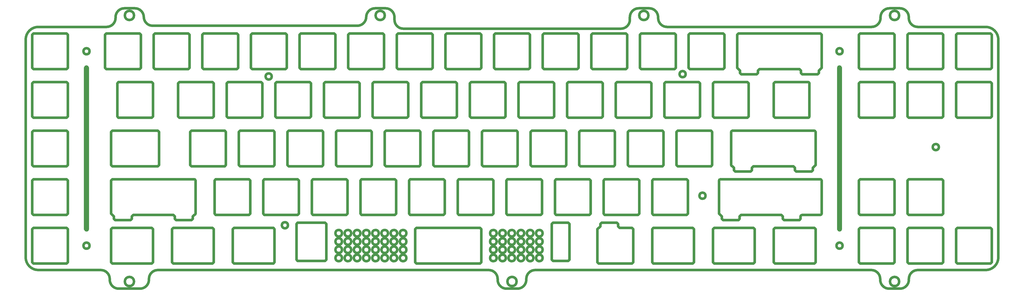
<source format=gbr>
%TF.GenerationSoftware,KiCad,Pcbnew,7.0.5*%
%TF.CreationDate,2023-07-12T22:11:33+02:00*%
%TF.ProjectId,Foundation_ANSI,466f756e-6461-4746-996f-6e5f414e5349,rev?*%
%TF.SameCoordinates,Original*%
%TF.FileFunction,Soldermask,Top*%
%TF.FilePolarity,Negative*%
%FSLAX46Y46*%
G04 Gerber Fmt 4.6, Leading zero omitted, Abs format (unit mm)*
G04 Created by KiCad (PCBNEW 7.0.5) date 2023-07-12 22:11:33*
%MOMM*%
%LPD*%
G01*
G04 APERTURE LIST*
%ADD10C,1.000000*%
G04 APERTURE END LIST*
D10*
X107612945Y126340000D02*
G75*
G03*
X107612945Y126340000I-1800000J0D01*
G01*
X9381385Y22040000D02*
G75*
G03*
X9381385Y22040000I-1800000J0D01*
G01*
X159255000Y22040000D02*
G75*
G03*
X159255000Y22040000I-1800000J0D01*
G01*
X9381385Y126340000D02*
G75*
G03*
X9381385Y126340000I-1800000J0D01*
G01*
X-8032500Y36090001D02*
G75*
G03*
X-8032500Y36090001I-1200000J0D01*
G01*
X-8032500Y112290000D02*
G75*
G03*
X-8032500Y112290000I-1200000J0D01*
G01*
X286967500Y36090001D02*
G75*
G03*
X286967500Y36090001I-1200000J0D01*
G01*
X286967500Y112290000D02*
G75*
G03*
X286967500Y112290000I-1200000J0D01*
G01*
X324678930Y74733390D02*
G75*
G03*
X324678930Y74733390I-1200000J0D01*
G01*
X151442804Y31277357D02*
G75*
G03*
X151442804Y31277357I-1287763J0D01*
G01*
X165847778Y31277357D02*
G75*
G03*
X165847778Y31277357I-1287762J0D01*
G01*
X162244039Y34501755D02*
G75*
G03*
X162244039Y34501755I-1287763J0D01*
G01*
X151442804Y37726153D02*
G75*
G03*
X151442804Y37726153I-1287763J0D01*
G01*
X165847778Y37726153D02*
G75*
G03*
X165847778Y37726153I-1287762J0D01*
G01*
X162244039Y40960534D02*
G75*
G03*
X162244039Y40960534I-1287763J0D01*
G01*
X90858056Y31277357D02*
G75*
G03*
X90858056Y31277357I-1287763J0D01*
G01*
X105273013Y31277357D02*
G75*
G03*
X105273013Y31277357I-1287763J0D01*
G01*
X116084231Y34501755D02*
G75*
G03*
X116084231Y34501755I-1287763J0D01*
G01*
X101669274Y34501755D02*
G75*
G03*
X101669274Y34501755I-1287763J0D01*
G01*
X90858056Y37726153D02*
G75*
G03*
X90858056Y37726153I-1287763J0D01*
G01*
X105273013Y37726153D02*
G75*
G03*
X105273013Y37726153I-1287763J0D01*
G01*
X116084231Y40960534D02*
G75*
G03*
X116084231Y40960534I-1287763J0D01*
G01*
X101669274Y40960534D02*
G75*
G03*
X101669274Y40960534I-1287763J0D01*
G01*
X90858056Y40960534D02*
G75*
G03*
X90858056Y40960534I-1287763J0D01*
G01*
X105273013Y40960534D02*
G75*
G03*
X105273013Y40960534I-1287763J0D01*
G01*
X116084231Y37726153D02*
G75*
G03*
X116084231Y37726153I-1287763J0D01*
G01*
X101669274Y37726153D02*
G75*
G03*
X101669274Y37726153I-1287763J0D01*
G01*
X90858056Y34501755D02*
G75*
G03*
X90858056Y34501755I-1287763J0D01*
G01*
X105273013Y34501755D02*
G75*
G03*
X105273013Y34501755I-1287763J0D01*
G01*
X116084231Y31277357D02*
G75*
G03*
X116084231Y31277357I-1287763J0D01*
G01*
X101669274Y31277357D02*
G75*
G03*
X101669274Y31277357I-1287763J0D01*
G01*
X151442804Y40960534D02*
G75*
G03*
X151442804Y40960534I-1287763J0D01*
G01*
X165847778Y40960534D02*
G75*
G03*
X165847778Y40960534I-1287762J0D01*
G01*
X162244039Y37726153D02*
G75*
G03*
X162244039Y37726153I-1287763J0D01*
G01*
X151442804Y34501755D02*
G75*
G03*
X151442804Y34501755I-1287763J0D01*
G01*
X165847778Y34501755D02*
G75*
G03*
X165847778Y34501755I-1287762J0D01*
G01*
X162244039Y31277357D02*
G75*
G03*
X162244039Y31277357I-1287763J0D01*
G01*
X155046543Y31277357D02*
G75*
G03*
X155046543Y31277357I-1287763J0D01*
G01*
X169451518Y31277357D02*
G75*
G03*
X169451518Y31277357I-1287763J0D01*
G01*
X158640300Y34501755D02*
G75*
G03*
X158640300Y34501755I-1287763J0D01*
G01*
X155046543Y37726153D02*
G75*
G03*
X155046543Y37726153I-1287763J0D01*
G01*
X169451518Y37726153D02*
G75*
G03*
X169451518Y37726153I-1287763J0D01*
G01*
X158640300Y40960534D02*
G75*
G03*
X158640300Y40960534I-1287763J0D01*
G01*
X94461795Y31277357D02*
G75*
G03*
X94461795Y31277357I-1287763J0D01*
G01*
X108876752Y31277357D02*
G75*
G03*
X108876752Y31277357I-1287762J0D01*
G01*
X112480492Y34501755D02*
G75*
G03*
X112480492Y34501755I-1287763J0D01*
G01*
X98065535Y34501755D02*
G75*
G03*
X98065535Y34501755I-1287763J0D01*
G01*
X94461795Y37726153D02*
G75*
G03*
X94461795Y37726153I-1287763J0D01*
G01*
X108876752Y37726153D02*
G75*
G03*
X108876752Y37726153I-1287762J0D01*
G01*
X112480492Y40960534D02*
G75*
G03*
X112480492Y40960534I-1287763J0D01*
G01*
X98065535Y40960534D02*
G75*
G03*
X98065535Y40960534I-1287763J0D01*
G01*
X94461795Y40960534D02*
G75*
G03*
X94461795Y40960534I-1287763J0D01*
G01*
X108876752Y40960534D02*
G75*
G03*
X108876752Y40960534I-1287762J0D01*
G01*
X112480492Y37726153D02*
G75*
G03*
X112480492Y37726153I-1287763J0D01*
G01*
X98065535Y37726153D02*
G75*
G03*
X98065535Y37726153I-1287763J0D01*
G01*
X94461795Y34501755D02*
G75*
G03*
X94461795Y34501755I-1287763J0D01*
G01*
X108876752Y34501755D02*
G75*
G03*
X108876752Y34501755I-1287762J0D01*
G01*
X112480492Y31277357D02*
G75*
G03*
X112480492Y31277357I-1287763J0D01*
G01*
X98065535Y31277357D02*
G75*
G03*
X98065535Y31277357I-1287763J0D01*
G01*
X155046543Y40960534D02*
G75*
G03*
X155046543Y40960534I-1287763J0D01*
G01*
X169451518Y40960534D02*
G75*
G03*
X169451518Y40960534I-1287763J0D01*
G01*
X158640300Y37726153D02*
G75*
G03*
X158640300Y37726153I-1287763J0D01*
G01*
X155046543Y34501755D02*
G75*
G03*
X155046543Y34501755I-1287763J0D01*
G01*
X169451518Y34501755D02*
G75*
G03*
X169451518Y34501755I-1287763J0D01*
G01*
X158640300Y31277357D02*
G75*
G03*
X158640300Y31277357I-1287763J0D01*
G01*
X225490473Y103321496D02*
G75*
G03*
X225490473Y103321496I-1200000J0D01*
G01*
X233278040Y55666302D02*
G75*
G03*
X233278040Y55666302I-1200000J0D01*
G01*
X69694800Y44098919D02*
G75*
G03*
X69694800Y44098919I-1200000J0D01*
G01*
X63332775Y102413213D02*
G75*
G03*
X63332775Y102413213I-1200000J0D01*
G01*
X210897055Y126340000D02*
G75*
G03*
X210897055Y126340000I-1800000J0D01*
G01*
X309128615Y22040000D02*
G75*
G03*
X309128615Y22040000I-1800000J0D01*
G01*
X309128615Y126340000D02*
G75*
G03*
X309128615Y126340000I-1800000J0D01*
G01*
X-30520000Y29590000D02*
X-30520000Y42590000D01*
X-30520000Y42590000D02*
X-30020000Y43090000D01*
X-30020000Y43090000D02*
X-17020000Y43090000D01*
X-17020000Y43090000D02*
X-16520000Y42590000D01*
X-16520000Y42590000D02*
X-16520000Y29590000D01*
X-16520000Y29590000D02*
X-17020000Y29090000D01*
X-17020000Y29090000D02*
X-30020000Y29090000D01*
X-30020000Y29090000D02*
X-30520000Y29590000D01*
X-30520000Y86740000D02*
X-30520000Y99740000D01*
X-30520000Y99740000D02*
X-30020000Y100240000D01*
X-30020000Y100240000D02*
X-17020000Y100240000D01*
X-17020000Y100240000D02*
X-16520000Y99740000D01*
X-16520000Y99740000D02*
X-16520000Y86740000D01*
X-16520000Y86740000D02*
X-17020000Y86240000D01*
X-17020000Y86240000D02*
X-30020000Y86240000D01*
X-30020000Y86240000D02*
X-30520000Y86740000D01*
X-30520000Y67690000D02*
X-30520000Y80690000D01*
X-30520000Y80690000D02*
X-30020000Y81190000D01*
X-30020000Y81190000D02*
X-17020000Y81190000D01*
X-17020000Y81190000D02*
X-16520000Y80690000D01*
X-16520000Y80690000D02*
X-16520000Y67690000D01*
X-16520000Y67690000D02*
X-17020000Y67190000D01*
X-17020000Y67190000D02*
X-30020000Y67190000D01*
X-30020000Y67190000D02*
X-30520000Y67690000D01*
X-30520000Y48640000D02*
X-30520000Y61640000D01*
X-30520000Y61640000D02*
X-30020000Y62140000D01*
X-30020000Y62140000D02*
X-17020000Y62140000D01*
X-17020000Y62140000D02*
X-16520000Y61640000D01*
X-16520000Y61640000D02*
X-16520000Y48640000D01*
X-16520000Y48640000D02*
X-17020000Y48140000D01*
X-17020000Y48140000D02*
X-30020000Y48140000D01*
X-30020000Y48140000D02*
X-30520000Y48640000D01*
X-30520000Y105790000D02*
X-30520000Y118790000D01*
X-30520000Y118790000D02*
X-30020000Y119290000D01*
X-30020000Y119290000D02*
X-17020000Y119290000D01*
X-17020000Y119290000D02*
X-16520000Y118790000D01*
X-16520000Y118790000D02*
X-16520000Y105790000D01*
X-16520000Y105790000D02*
X-17020000Y105290000D01*
X-17020000Y105290000D02*
X-30020000Y105290000D01*
X-30020000Y105290000D02*
X-30520000Y105790000D01*
X68705000Y119290000D02*
X69205000Y118790000D01*
X69205000Y118790000D02*
X69205000Y105790000D01*
X69205000Y105790000D02*
X68705000Y105290000D01*
X68705000Y105290000D02*
X55705000Y105290000D01*
X55705000Y105290000D02*
X55205000Y105790000D01*
X55205000Y105790000D02*
X55205000Y118790000D01*
X55205000Y118790000D02*
X55705000Y119290000D01*
X55705000Y119290000D02*
X68705000Y119290000D01*
X59180000Y100240000D02*
X59680000Y99740000D01*
X59680000Y99740000D02*
X59680000Y86740000D01*
X59680000Y86740000D02*
X59180000Y86240000D01*
X59180000Y86240000D02*
X46180000Y86240000D01*
X46180000Y86240000D02*
X45680000Y86740000D01*
X45680000Y86740000D02*
X45680000Y99740000D01*
X45680000Y99740000D02*
X46180000Y100240000D01*
X46180000Y100240000D02*
X59180000Y100240000D01*
X63942500Y81190000D02*
X64442500Y80690000D01*
X64442500Y80690000D02*
X64442500Y67690000D01*
X64442500Y67690000D02*
X63942500Y67190000D01*
X63942500Y67190000D02*
X50942500Y67190000D01*
X50942500Y67190000D02*
X50442500Y67690000D01*
X50442500Y67690000D02*
X50442500Y80690000D01*
X50442500Y80690000D02*
X50942500Y81190000D01*
X50942500Y81190000D02*
X63942500Y81190000D01*
X63942500Y43090000D02*
X64442500Y42590000D01*
X64442500Y42590000D02*
X64442500Y29590000D01*
X64442500Y29590000D02*
X63942500Y29090000D01*
X63942500Y29090000D02*
X48561250Y29090000D01*
X48561250Y29090000D02*
X48061250Y29590000D01*
X48061250Y29590000D02*
X48061250Y42590000D01*
X48061250Y42590000D02*
X48561250Y43090000D01*
X48561250Y43090000D02*
X63942500Y43090000D01*
X436250Y29590000D02*
X436250Y42590000D01*
X436250Y42590000D02*
X936250Y43090000D01*
X936250Y43090000D02*
X16317500Y43090000D01*
X16317500Y43090000D02*
X16817500Y42590000D01*
X16817500Y42590000D02*
X16817500Y29590000D01*
X16817500Y29590000D02*
X16317500Y29090000D01*
X16317500Y29090000D02*
X936250Y29090000D01*
X936250Y29090000D02*
X436250Y29590000D01*
X24248750Y29590000D02*
X24248750Y42590000D01*
X24248750Y42590000D02*
X24748750Y43090000D01*
X24748750Y43090000D02*
X40130000Y43090000D01*
X40130000Y43090000D02*
X40630000Y42590000D01*
X40630000Y42590000D02*
X40630000Y29590000D01*
X40630000Y29590000D02*
X40130000Y29090000D01*
X40130000Y29090000D02*
X24748750Y29090000D01*
X24748750Y29090000D02*
X24248750Y29590000D01*
X26630000Y86740000D02*
X26630000Y99740000D01*
X26630000Y99740000D02*
X27130000Y100240000D01*
X27130000Y100240000D02*
X40130000Y100240000D01*
X40130000Y100240000D02*
X40630000Y99740000D01*
X40630000Y99740000D02*
X40630000Y86740000D01*
X40630000Y86740000D02*
X40130000Y86240000D01*
X40130000Y86240000D02*
X27130000Y86240000D01*
X27130000Y86240000D02*
X26630000Y86740000D01*
X2817500Y86740000D02*
X2817500Y99740000D01*
X2817500Y99740000D02*
X3317500Y100240000D01*
X3317500Y100240000D02*
X16317500Y100240000D01*
X16317500Y100240000D02*
X16817500Y99740000D01*
X16817500Y99740000D02*
X16817500Y86740000D01*
X16817500Y86740000D02*
X16317500Y86240000D01*
X16317500Y86240000D02*
X3317500Y86240000D01*
X3317500Y86240000D02*
X2817500Y86740000D01*
X436250Y67690000D02*
X436250Y80690000D01*
X436250Y80690000D02*
X936250Y81190000D01*
X936250Y81190000D02*
X18698750Y81190000D01*
X18698750Y81190000D02*
X19198750Y80690000D01*
X19198750Y80690000D02*
X19198750Y67690000D01*
X19198750Y67690000D02*
X18698750Y67190000D01*
X18698750Y67190000D02*
X936250Y67190000D01*
X936250Y67190000D02*
X436250Y67690000D01*
X31392500Y67690000D02*
X31392500Y80690000D01*
X31392500Y80690000D02*
X31892500Y81190000D01*
X31892500Y81190000D02*
X44892500Y81190000D01*
X44892500Y81190000D02*
X45392500Y80690000D01*
X45392500Y80690000D02*
X45392500Y67690000D01*
X45392500Y67690000D02*
X44892500Y67190000D01*
X44892500Y67190000D02*
X31892500Y67190000D01*
X31892500Y67190000D02*
X31392500Y67690000D01*
X40917500Y48640000D02*
X40917500Y61640000D01*
X40917500Y61640000D02*
X41417500Y62140000D01*
X41417500Y62140000D02*
X54417500Y62140000D01*
X54417500Y62140000D02*
X54917500Y61640000D01*
X54917500Y61640000D02*
X54917500Y48640000D01*
X54917500Y48640000D02*
X54417500Y48140000D01*
X54417500Y48140000D02*
X41417500Y48140000D01*
X41417500Y48140000D02*
X40917500Y48640000D01*
X17105000Y105790000D02*
X17105000Y118790000D01*
X17105000Y118790000D02*
X17605000Y119290000D01*
X17605000Y119290000D02*
X30605000Y119290000D01*
X30605000Y119290000D02*
X31105000Y118790000D01*
X31105000Y118790000D02*
X31105000Y105790000D01*
X31105000Y105790000D02*
X30605000Y105290000D01*
X30605000Y105290000D02*
X17605000Y105290000D01*
X17605000Y105290000D02*
X17105000Y105790000D01*
X36155000Y105790000D02*
X36155000Y118790000D01*
X36155000Y118790000D02*
X36655000Y119290000D01*
X36655000Y119290000D02*
X49655000Y119290000D01*
X49655000Y119290000D02*
X50155000Y118790000D01*
X50155000Y118790000D02*
X50155000Y105790000D01*
X50155000Y105790000D02*
X49655000Y105290000D01*
X49655000Y105290000D02*
X36655000Y105290000D01*
X36655000Y105290000D02*
X36155000Y105790000D01*
X-1945000Y105790000D02*
X-1945000Y118790000D01*
X-1945000Y118790000D02*
X-1445000Y119290000D01*
X-1445000Y119290000D02*
X11555000Y119290000D01*
X11555000Y119290000D02*
X12055000Y118790000D01*
X12055000Y118790000D02*
X12055000Y105790000D01*
X12055000Y105790000D02*
X11555000Y105290000D01*
X11555000Y105290000D02*
X-1445000Y105290000D01*
X-1445000Y105290000D02*
X-1945000Y105790000D01*
X33486503Y61640003D02*
G75*
G03*
X32986503Y62140003I-499998J2D01*
G01*
X33486503Y61640003D02*
X33486503Y48639997D01*
X32986503Y48139997D02*
G75*
G03*
X33486503Y48639997I2J499998D01*
G01*
X32986503Y48139997D02*
X32986261Y48139997D01*
X32399261Y47552996D02*
X32986261Y48139997D01*
X32399261Y47552996D02*
X32399261Y46640002D01*
X31899249Y46139989D02*
X32399261Y46640002D01*
X31899249Y46139989D02*
X25899270Y46139989D01*
X25399258Y46640002D02*
X25899270Y46139989D01*
X25399258Y46640002D02*
X25399258Y47552996D01*
X24812258Y48139997D02*
X25399258Y47552996D01*
X24812258Y48139997D02*
X9110264Y48139997D01*
X8523264Y47552996D02*
X9110264Y48139997D01*
X8523264Y47552996D02*
X8523264Y46640002D01*
X8023251Y46139989D02*
X8523264Y46640002D01*
X8023251Y46139989D02*
X2023273Y46139989D01*
X1523260Y46640002D02*
X2023273Y46139989D01*
X1523260Y46640002D02*
X1523260Y47552996D01*
X936260Y48139997D02*
X1523260Y47552996D01*
X436247Y48640009D02*
X936259Y48139997D01*
X436247Y48640009D02*
X436247Y61639991D01*
X936259Y62140003D02*
X436247Y61639991D01*
X936259Y62140003D02*
X32986503Y62140003D01*
X-9732500Y42590001D02*
G75*
G03*
X-8732500Y42590001I500000J0D01*
G01*
X-9732500Y42590001D02*
X-9732500Y105790000D01*
X-8732500Y105790000D02*
G75*
G03*
X-9732500Y105790000I-500000J0D01*
G01*
X-8732500Y105790000D02*
X-8732500Y42590001D01*
X240155000Y119290000D02*
X240655000Y118790000D01*
X240655000Y118790000D02*
X240655000Y105790000D01*
X240655000Y105790000D02*
X240155000Y105290000D01*
X240155000Y105290000D02*
X227155000Y105290000D01*
X227155000Y105290000D02*
X226655000Y105790000D01*
X226655000Y105790000D02*
X226655000Y118790000D01*
X226655000Y118790000D02*
X227155000Y119290000D01*
X227155000Y119290000D02*
X240155000Y119290000D01*
X249680000Y100240000D02*
X250180000Y99740000D01*
X250180000Y99740000D02*
X250180000Y86740000D01*
X250180000Y86740000D02*
X249680000Y86240000D01*
X249680000Y86240000D02*
X236680000Y86240000D01*
X236680000Y86240000D02*
X236180000Y86740000D01*
X236180000Y86740000D02*
X236180000Y99740000D01*
X236180000Y99740000D02*
X236680000Y100240000D01*
X236680000Y100240000D02*
X249680000Y100240000D01*
X286267500Y105790000D02*
G75*
G03*
X285267500Y105790000I-500000J0D01*
G01*
X286267500Y105790000D02*
X286267500Y42590001D01*
X285267500Y42590001D02*
G75*
G03*
X286267500Y42590001I500000J0D01*
G01*
X285267500Y42590001D02*
X285267500Y105790000D01*
X293330000Y48640000D02*
X293330000Y61640000D01*
X293830000Y62140000D02*
X293330000Y61640000D01*
X293830000Y62140000D02*
X306830000Y62140000D01*
X307330000Y61640000D02*
X306830000Y62140000D01*
X307330000Y61640000D02*
X307330000Y48640000D01*
X306830000Y48140000D02*
X307330000Y48640000D01*
X306830000Y48140000D02*
X293830000Y48140000D01*
X293330000Y48640000D02*
X293830000Y48140000D01*
X243323514Y67689997D02*
G75*
G03*
X243823496Y67189997I499997J-3D01*
G01*
X243323496Y67689997D02*
X243323496Y80690003D01*
X243823496Y81190009D02*
G75*
G03*
X243323496Y80690003I15J-500015D01*
G01*
X243823496Y81190003D02*
X275873753Y81190003D01*
X276373720Y80690003D02*
G75*
G03*
X275873753Y81190003I-500009J-9D01*
G01*
X276373753Y80690003D02*
X276373753Y67690009D01*
X275873741Y67189997D02*
X276373753Y67690009D01*
X275286739Y66602997D02*
X275873739Y67189997D01*
X275286739Y66602997D02*
X275286739Y65689981D01*
X274786748Y65189989D02*
X275286739Y65689981D01*
X274786748Y65189989D02*
X268786770Y65189989D01*
X268286758Y65690002D02*
X268786770Y65189989D01*
X268286758Y65690002D02*
X268286758Y66602997D01*
X267699758Y67189997D02*
X268286758Y66602997D01*
X267699758Y67189997D02*
X251997742Y67189997D01*
X251410742Y66602997D02*
X251997742Y67189997D01*
X251410742Y66602997D02*
X251410742Y65689981D01*
X250910751Y65189989D02*
X251410742Y65689981D01*
X250910751Y65189989D02*
X244910773Y65189989D01*
X244410760Y65690002D02*
X244910773Y65189989D01*
X244410760Y65690002D02*
X244410760Y66602997D01*
X243823760Y67189997D02*
X244410760Y66602997D01*
X243823760Y67189997D02*
X243823496Y67189997D01*
X273992720Y99740003D02*
G75*
G03*
X273492753Y100240003I-500009J-9D01*
G01*
X273992753Y99740003D02*
X273992753Y86739997D01*
X273492753Y86239952D02*
G75*
G03*
X273992753Y86739997I-42J500042D01*
G01*
X273492753Y86239997D02*
X260492496Y86239997D01*
X259992496Y86739997D02*
X260492496Y86239997D01*
X259992496Y86739997D02*
X259992496Y99739991D01*
X260492509Y100240003D02*
X259992496Y99739991D01*
X260492509Y100240003D02*
X273492753Y100240003D01*
X278254991Y105289997D02*
X278755003Y105790009D01*
X277667989Y104702997D02*
X278254989Y105289997D01*
X277667989Y104702997D02*
X277667989Y103789980D01*
X277167998Y103289989D02*
X277667989Y103789980D01*
X277167998Y103289989D02*
X271168020Y103289989D01*
X270668008Y103790002D02*
X271168020Y103289989D01*
X270668008Y103790002D02*
X270668008Y104702997D01*
X270081008Y105289997D02*
X270668008Y104702997D01*
X270081008Y105289997D02*
X254378992Y105289997D01*
X253791992Y104702997D02*
X254378992Y105289997D01*
X253791992Y104702997D02*
X253791992Y103789980D01*
X253292001Y103289989D02*
X253791992Y103789980D01*
X253292001Y103289989D02*
X247292023Y103289989D01*
X246792010Y103790002D02*
X247292023Y103289989D01*
X246792010Y103790002D02*
X246792010Y104702997D01*
X246205010Y105289997D02*
X246792010Y104702997D01*
X245704996Y105790009D02*
X246205009Y105289997D01*
X245704996Y105790009D02*
X245704996Y118789991D01*
X246205009Y119290003D02*
X245704996Y118789991D01*
X246205009Y119290003D02*
X278254991Y119290003D01*
X278755003Y118789991D02*
X278254991Y119290003D01*
X278755003Y118789991D02*
X278755003Y105790009D01*
X275873750Y29090000D02*
X260492500Y29090000D01*
X259992500Y29590000D02*
X260492500Y29090000D01*
X259992500Y29590000D02*
X259992500Y42590000D01*
X260492500Y43090000D02*
X259992500Y42590000D01*
X260492500Y43090000D02*
X275873750Y43090000D01*
X276373750Y42590000D02*
X275873750Y43090000D01*
X276373750Y42590000D02*
X276373750Y29590000D01*
X275873750Y29090000D02*
X276373750Y29590000D01*
X312380000Y105790000D02*
X312380000Y118790000D01*
X312380000Y118790000D02*
X312880000Y119290000D01*
X312880000Y119290000D02*
X325880000Y119290000D01*
X325880000Y119290000D02*
X326380000Y118790000D01*
X326380000Y118790000D02*
X326380000Y105790000D01*
X326380000Y105790000D02*
X325880000Y105290000D01*
X325880000Y105290000D02*
X312880000Y105290000D01*
X312880000Y105290000D02*
X312380000Y105790000D01*
X293330000Y105790000D02*
X293330000Y118790000D01*
X293330000Y118790000D02*
X293830000Y119290000D01*
X293830000Y119290000D02*
X306830000Y119290000D01*
X306830000Y119290000D02*
X307330000Y118790000D01*
X307330000Y118790000D02*
X307330000Y105790000D01*
X307330000Y105790000D02*
X306830000Y105290000D01*
X306830000Y105290000D02*
X293830000Y105290000D01*
X293830000Y105290000D02*
X293330000Y105790000D01*
X331430000Y105790000D02*
X331430000Y118790000D01*
X331430000Y118790000D02*
X331930000Y119290000D01*
X331930000Y119290000D02*
X344930000Y119290000D01*
X344930000Y119290000D02*
X345430000Y118790000D01*
X345430000Y118790000D02*
X345430000Y105790000D01*
X345430000Y105790000D02*
X344930000Y105290000D01*
X344930000Y105290000D02*
X331930000Y105290000D01*
X331930000Y105290000D02*
X331430000Y105790000D01*
X312380000Y86740000D02*
X312380000Y99740000D01*
X312380000Y99740000D02*
X312880000Y100240000D01*
X312880000Y100240000D02*
X325880000Y100240000D01*
X325880000Y100240000D02*
X326380000Y99740000D01*
X326380000Y99740000D02*
X326380000Y86740000D01*
X326380000Y86740000D02*
X325880000Y86240000D01*
X325880000Y86240000D02*
X312880000Y86240000D01*
X312880000Y86240000D02*
X312380000Y86740000D01*
X293330000Y86740000D02*
X293330000Y99740000D01*
X293330000Y99740000D02*
X293830000Y100240000D01*
X293830000Y100240000D02*
X306830000Y100240000D01*
X306830000Y100240000D02*
X307330000Y99740000D01*
X307330000Y99740000D02*
X307330000Y86740000D01*
X307330000Y86740000D02*
X306830000Y86240000D01*
X306830000Y86240000D02*
X293830000Y86240000D01*
X293830000Y86240000D02*
X293330000Y86740000D01*
X331430000Y86740000D02*
X331430000Y99740000D01*
X331430000Y99740000D02*
X331930000Y100240000D01*
X331930000Y100240000D02*
X344930000Y100240000D01*
X344930000Y100240000D02*
X345430000Y99740000D01*
X345430000Y99740000D02*
X345430000Y86740000D01*
X345430000Y86740000D02*
X344930000Y86240000D01*
X344930000Y86240000D02*
X331930000Y86240000D01*
X331930000Y86240000D02*
X331430000Y86740000D01*
X293330000Y29590000D02*
X293330000Y42590000D01*
X293330000Y42590000D02*
X293830000Y43090000D01*
X293830000Y43090000D02*
X306830000Y43090000D01*
X306830000Y43090000D02*
X307330000Y42590000D01*
X307330000Y42590000D02*
X307330000Y29590000D01*
X307330000Y29590000D02*
X306830000Y29090000D01*
X306830000Y29090000D02*
X293830000Y29090000D01*
X293830000Y29090000D02*
X293330000Y29590000D01*
X312380000Y29590000D02*
X312380000Y42590000D01*
X312380000Y42590000D02*
X312880000Y43090000D01*
X312880000Y43090000D02*
X325880000Y43090000D01*
X325880000Y43090000D02*
X326380000Y42590000D01*
X326380000Y42590000D02*
X326380000Y29590000D01*
X326380000Y29590000D02*
X325880000Y29090000D01*
X325880000Y29090000D02*
X312880000Y29090000D01*
X312880000Y29090000D02*
X312380000Y29590000D01*
X331430000Y29590000D02*
X331430000Y42590000D01*
X331430000Y42590000D02*
X331930000Y43090000D01*
X331930000Y43090000D02*
X344930000Y43090000D01*
X344930000Y43090000D02*
X345430000Y42590000D01*
X345430000Y42590000D02*
X345430000Y29590000D01*
X345430000Y29590000D02*
X344930000Y29090000D01*
X344930000Y29090000D02*
X331930000Y29090000D01*
X331930000Y29090000D02*
X331430000Y29590000D01*
X312380000Y48640000D02*
X312380000Y61640000D01*
X312380000Y61640000D02*
X312880000Y62140000D01*
X312880000Y62140000D02*
X325880000Y62140000D01*
X325880000Y62140000D02*
X326380000Y61640000D01*
X326380000Y61640000D02*
X326380000Y48640000D01*
X326380000Y48640000D02*
X325880000Y48140000D01*
X325880000Y48140000D02*
X312880000Y48140000D01*
X312880000Y48140000D02*
X312380000Y48640000D01*
X252561250Y42590000D02*
X252061250Y43090000D01*
X252561250Y42590000D02*
X252561250Y29590000D01*
X252061250Y29090000D02*
X252561250Y29590000D01*
X252061250Y29090000D02*
X236680000Y29090000D01*
X236180000Y29590000D02*
X236680000Y29090000D01*
X236180000Y29590000D02*
X236180000Y42590000D01*
X236680000Y43090000D02*
X236180000Y42590000D01*
X236680000Y43090000D02*
X252061250Y43090000D01*
X204436241Y29089997D02*
X204936253Y29590009D01*
X204436241Y29089997D02*
X191436259Y29089997D01*
X190936246Y29590009D02*
X191436259Y29089997D01*
X190936246Y29590009D02*
X190936246Y42589991D01*
X191436259Y43090003D02*
X190936246Y42589991D01*
X191436259Y43090003D02*
X191467998Y43090003D01*
X192054998Y43677003D02*
X191467998Y43090003D01*
X192054998Y43677003D02*
X192054998Y44590020D01*
X192554989Y45090011D02*
X192054998Y44590020D01*
X192554989Y45090011D02*
X198554989Y45090011D01*
X199055002Y44589998D02*
X198554989Y45090011D01*
X199055002Y44589998D02*
X199055002Y43677003D01*
X199642002Y43090003D02*
X199055002Y43677003D01*
X199642002Y43090003D02*
X204436241Y43090003D01*
X204936253Y42589991D02*
X204436241Y43090003D01*
X204936253Y42589991D02*
X204936253Y29590009D01*
X172998750Y30590000D02*
X172998750Y44590000D01*
X172998750Y44590000D02*
X173498750Y45090000D01*
X173498750Y45090000D02*
X179498750Y45090000D01*
X179498750Y45090000D02*
X179998750Y44590000D01*
X179998750Y44590000D02*
X179998750Y30590000D01*
X179998750Y30590000D02*
X179498750Y30090000D01*
X179498750Y30090000D02*
X173498750Y30090000D01*
X173498750Y30090000D02*
X172998750Y30590000D01*
X72998750Y30590000D02*
X72998750Y44590000D01*
X72998750Y44590000D02*
X73498750Y45090000D01*
X73498750Y45090000D02*
X84255000Y45090000D01*
X84255000Y45090000D02*
X84755000Y44590000D01*
X84755000Y44590000D02*
X84755000Y30590000D01*
X84755000Y30590000D02*
X84255000Y30090000D01*
X84255000Y30090000D02*
X73498750Y30090000D01*
X73498750Y30090000D02*
X72998750Y30590000D01*
X212367500Y29590000D02*
X212367500Y42590000D01*
X212367500Y42590000D02*
X212867500Y43090000D01*
X212867500Y43090000D02*
X228248750Y43090000D01*
X228248750Y43090000D02*
X228748750Y42590000D01*
X228748750Y42590000D02*
X228748750Y29590000D01*
X228748750Y29590000D02*
X228248750Y29090000D01*
X228248750Y29090000D02*
X212867500Y29090000D01*
X212867500Y29090000D02*
X212367500Y29590000D01*
X119498750Y29590000D02*
X119498750Y42590000D01*
X119498750Y42590000D02*
X119998750Y43090000D01*
X119998750Y43090000D02*
X144905000Y43090000D01*
X144905000Y43090000D02*
X145405000Y42590000D01*
X145405000Y42590000D02*
X145405000Y29590000D01*
X145405000Y29590000D02*
X144905000Y29090000D01*
X144905000Y29090000D02*
X119998750Y29090000D01*
X119998750Y29090000D02*
X119498750Y29590000D01*
X112355000Y105790000D02*
X112355000Y118790000D01*
X112355000Y118790000D02*
X112855000Y119290000D01*
X112855000Y119290000D02*
X125855000Y119290000D01*
X125855000Y119290000D02*
X126355000Y118790000D01*
X126355000Y118790000D02*
X126355000Y105790000D01*
X126355000Y105790000D02*
X125855000Y105290000D01*
X125855000Y105290000D02*
X112855000Y105290000D01*
X112855000Y105290000D02*
X112355000Y105790000D01*
X74255000Y105790000D02*
X74255000Y118790000D01*
X74255000Y118790000D02*
X74755000Y119290000D01*
X74755000Y119290000D02*
X87755000Y119290000D01*
X87755000Y119290000D02*
X88255000Y118790000D01*
X88255000Y118790000D02*
X88255000Y105790000D01*
X88255000Y105790000D02*
X87755000Y105290000D01*
X87755000Y105290000D02*
X74755000Y105290000D01*
X74755000Y105290000D02*
X74255000Y105790000D01*
X93305000Y105790000D02*
X93305000Y118790000D01*
X93305000Y118790000D02*
X93805000Y119290000D01*
X93805000Y119290000D02*
X106805000Y119290000D01*
X106805000Y119290000D02*
X107305000Y118790000D01*
X107305000Y118790000D02*
X107305000Y105790000D01*
X107305000Y105790000D02*
X106805000Y105290000D01*
X106805000Y105290000D02*
X93805000Y105290000D01*
X93805000Y105290000D02*
X93305000Y105790000D01*
X169505000Y105790000D02*
X169505000Y118790000D01*
X169505000Y118790000D02*
X170005000Y119290000D01*
X170005000Y119290000D02*
X183005000Y119290000D01*
X183005000Y119290000D02*
X183505000Y118790000D01*
X183505000Y118790000D02*
X183505000Y105790000D01*
X183505000Y105790000D02*
X183005000Y105290000D01*
X183005000Y105290000D02*
X170005000Y105290000D01*
X170005000Y105290000D02*
X169505000Y105790000D01*
X207605000Y105790000D02*
X207605000Y118790000D01*
X207605000Y118790000D02*
X208105000Y119290000D01*
X208105000Y119290000D02*
X221105000Y119290000D01*
X221105000Y119290000D02*
X221605000Y118790000D01*
X221605000Y118790000D02*
X221605000Y105790000D01*
X221605000Y105790000D02*
X221105000Y105290000D01*
X221105000Y105290000D02*
X208105000Y105290000D01*
X208105000Y105290000D02*
X207605000Y105790000D01*
X131405000Y105790000D02*
X131405000Y118790000D01*
X131405000Y118790000D02*
X131905000Y119290000D01*
X131905000Y119290000D02*
X144905000Y119290000D01*
X144905000Y119290000D02*
X145405000Y118790000D01*
X145405000Y118790000D02*
X145405000Y105790000D01*
X145405000Y105790000D02*
X144905000Y105290000D01*
X144905000Y105290000D02*
X131905000Y105290000D01*
X131905000Y105290000D02*
X131405000Y105790000D01*
X188555000Y105790000D02*
X188555000Y118790000D01*
X188555000Y118790000D02*
X189055000Y119290000D01*
X189055000Y119290000D02*
X202055000Y119290000D01*
X202055000Y119290000D02*
X202555000Y118790000D01*
X202555000Y118790000D02*
X202555000Y105790000D01*
X202555000Y105790000D02*
X202055000Y105290000D01*
X202055000Y105290000D02*
X189055000Y105290000D01*
X189055000Y105290000D02*
X188555000Y105790000D01*
X150455000Y105790000D02*
X150455000Y118790000D01*
X150455000Y118790000D02*
X150955000Y119290000D01*
X150955000Y119290000D02*
X163955000Y119290000D01*
X163955000Y119290000D02*
X164455000Y118790000D01*
X164455000Y118790000D02*
X164455000Y105790000D01*
X164455000Y105790000D02*
X163955000Y105290000D01*
X163955000Y105290000D02*
X150955000Y105290000D01*
X150955000Y105290000D02*
X150455000Y105790000D01*
X64730000Y86740000D02*
X64730000Y99740000D01*
X64730000Y99740000D02*
X65230000Y100240000D01*
X65230000Y100240000D02*
X78230000Y100240000D01*
X78230000Y100240000D02*
X78730000Y99740000D01*
X78730000Y99740000D02*
X78730000Y86740000D01*
X78730000Y86740000D02*
X78230000Y86240000D01*
X78230000Y86240000D02*
X65230000Y86240000D01*
X65230000Y86240000D02*
X64730000Y86740000D01*
X121880000Y86740000D02*
X121880000Y99740000D01*
X121880000Y99740000D02*
X122380000Y100240000D01*
X122380000Y100240000D02*
X135380000Y100240000D01*
X135380000Y100240000D02*
X135880000Y99740000D01*
X135880000Y99740000D02*
X135880000Y86740000D01*
X135880000Y86740000D02*
X135380000Y86240000D01*
X135380000Y86240000D02*
X122380000Y86240000D01*
X122380000Y86240000D02*
X121880000Y86740000D01*
X102830000Y86740000D02*
X102830000Y99740000D01*
X102830000Y99740000D02*
X103330000Y100240000D01*
X103330000Y100240000D02*
X116330000Y100240000D01*
X116330000Y100240000D02*
X116830000Y99740000D01*
X116830000Y99740000D02*
X116830000Y86740000D01*
X116830000Y86740000D02*
X116330000Y86240000D01*
X116330000Y86240000D02*
X103330000Y86240000D01*
X103330000Y86240000D02*
X102830000Y86740000D01*
X140930000Y86740000D02*
X140930000Y99740000D01*
X140930000Y99740000D02*
X141430000Y100240000D01*
X141430000Y100240000D02*
X154430000Y100240000D01*
X154430000Y100240000D02*
X154930000Y99740000D01*
X154930000Y99740000D02*
X154930000Y86740000D01*
X154930000Y86740000D02*
X154430000Y86240000D01*
X154430000Y86240000D02*
X141430000Y86240000D01*
X141430000Y86240000D02*
X140930000Y86740000D01*
X83780000Y86740000D02*
X83780000Y99740000D01*
X83780000Y99740000D02*
X84280000Y100240000D01*
X84280000Y100240000D02*
X97280000Y100240000D01*
X97280000Y100240000D02*
X97780000Y99740000D01*
X97780000Y99740000D02*
X97780000Y86740000D01*
X97780000Y86740000D02*
X97280000Y86240000D01*
X97280000Y86240000D02*
X84280000Y86240000D01*
X84280000Y86240000D02*
X83780000Y86740000D01*
X198080000Y86740000D02*
X198080000Y99740000D01*
X198080000Y99740000D02*
X198580000Y100240000D01*
X198580000Y100240000D02*
X211580000Y100240000D01*
X211580000Y100240000D02*
X212080000Y99740000D01*
X212080000Y99740000D02*
X212080000Y86740000D01*
X212080000Y86740000D02*
X211580000Y86240000D01*
X211580000Y86240000D02*
X198580000Y86240000D01*
X198580000Y86240000D02*
X198080000Y86740000D01*
X159980000Y86740000D02*
X159980000Y99740000D01*
X159980000Y99740000D02*
X160480000Y100240000D01*
X160480000Y100240000D02*
X173480000Y100240000D01*
X173480000Y100240000D02*
X173980000Y99740000D01*
X173980000Y99740000D02*
X173980000Y86740000D01*
X173980000Y86740000D02*
X173480000Y86240000D01*
X173480000Y86240000D02*
X160480000Y86240000D01*
X160480000Y86240000D02*
X159980000Y86740000D01*
X88542500Y67690000D02*
X88542500Y80690000D01*
X88542500Y80690000D02*
X89042500Y81190000D01*
X89042500Y81190000D02*
X102042500Y81190000D01*
X102042500Y81190000D02*
X102542500Y80690000D01*
X102542500Y80690000D02*
X102542500Y67690000D01*
X102542500Y67690000D02*
X102042500Y67190000D01*
X102042500Y67190000D02*
X89042500Y67190000D01*
X89042500Y67190000D02*
X88542500Y67690000D01*
X107592500Y67690000D02*
X107592500Y80690000D01*
X107592500Y80690000D02*
X108092500Y81190000D01*
X108092500Y81190000D02*
X121092500Y81190000D01*
X121092500Y81190000D02*
X121592500Y80690000D01*
X121592500Y80690000D02*
X121592500Y67690000D01*
X121592500Y67690000D02*
X121092500Y67190000D01*
X121092500Y67190000D02*
X108092500Y67190000D01*
X108092500Y67190000D02*
X107592500Y67690000D01*
X164742500Y67690000D02*
X164742500Y80690000D01*
X164742500Y80690000D02*
X165242500Y81190000D01*
X165242500Y81190000D02*
X178242500Y81190000D01*
X178242500Y81190000D02*
X178742500Y80690000D01*
X178742500Y80690000D02*
X178742500Y67690000D01*
X178742500Y67690000D02*
X178242500Y67190000D01*
X178242500Y67190000D02*
X165242500Y67190000D01*
X165242500Y67190000D02*
X164742500Y67690000D01*
X69492500Y67690000D02*
X69492500Y80690000D01*
X69492500Y80690000D02*
X69992500Y81190000D01*
X69992500Y81190000D02*
X82992500Y81190000D01*
X82992500Y81190000D02*
X83492500Y80690000D01*
X83492500Y80690000D02*
X83492500Y67690000D01*
X83492500Y67690000D02*
X82992500Y67190000D01*
X82992500Y67190000D02*
X69992500Y67190000D01*
X69992500Y67190000D02*
X69492500Y67690000D01*
X126642500Y67690000D02*
X126642500Y80690000D01*
X126642500Y80690000D02*
X127142500Y81190000D01*
X127142500Y81190000D02*
X140142500Y81190000D01*
X140142500Y81190000D02*
X140642500Y80690000D01*
X140642500Y80690000D02*
X140642500Y67690000D01*
X140642500Y67690000D02*
X140142500Y67190000D01*
X140142500Y67190000D02*
X127142500Y67190000D01*
X127142500Y67190000D02*
X126642500Y67690000D01*
X145692500Y67690000D02*
X145692500Y80690000D01*
X145692500Y80690000D02*
X146192500Y81190000D01*
X146192500Y81190000D02*
X159192500Y81190000D01*
X159192500Y81190000D02*
X159692500Y80690000D01*
X159692500Y80690000D02*
X159692500Y67690000D01*
X159692500Y67690000D02*
X159192500Y67190000D01*
X159192500Y67190000D02*
X146192500Y67190000D01*
X146192500Y67190000D02*
X145692500Y67690000D01*
X217130000Y86740000D02*
X217130000Y99740000D01*
X217130000Y99740000D02*
X217630000Y100240000D01*
X217630000Y100240000D02*
X230630000Y100240000D01*
X230630000Y100240000D02*
X231130000Y99740000D01*
X231130000Y99740000D02*
X231130000Y86740000D01*
X231130000Y86740000D02*
X230630000Y86240000D01*
X230630000Y86240000D02*
X217630000Y86240000D01*
X217630000Y86240000D02*
X217130000Y86740000D01*
X179030000Y86740000D02*
X179030000Y99740000D01*
X179030000Y99740000D02*
X179530000Y100240000D01*
X179530000Y100240000D02*
X192530000Y100240000D01*
X192530000Y100240000D02*
X193030000Y99740000D01*
X193030000Y99740000D02*
X193030000Y86740000D01*
X193030000Y86740000D02*
X192530000Y86240000D01*
X192530000Y86240000D02*
X179530000Y86240000D01*
X179530000Y86240000D02*
X179030000Y86740000D01*
X183792500Y67690000D02*
X183792500Y80690000D01*
X183792500Y80690000D02*
X184292500Y81190000D01*
X184292500Y81190000D02*
X197292500Y81190000D01*
X197292500Y81190000D02*
X197792500Y80690000D01*
X197792500Y80690000D02*
X197792500Y67690000D01*
X197792500Y67690000D02*
X197292500Y67190000D01*
X197292500Y67190000D02*
X184292500Y67190000D01*
X184292500Y67190000D02*
X183792500Y67690000D01*
X79017500Y48640000D02*
X79017500Y61640000D01*
X79017500Y61640000D02*
X79517500Y62140000D01*
X79517500Y62140000D02*
X92517500Y62140000D01*
X92517500Y62140000D02*
X93017500Y61640000D01*
X93017500Y61640000D02*
X93017500Y48640000D01*
X93017500Y48640000D02*
X92517500Y48140000D01*
X92517500Y48140000D02*
X79517500Y48140000D01*
X79517500Y48140000D02*
X79017500Y48640000D01*
X202842500Y67690000D02*
X202842500Y80690000D01*
X202842500Y80690000D02*
X203342500Y81190000D01*
X203342500Y81190000D02*
X216342500Y81190000D01*
X216342500Y81190000D02*
X216842500Y80690000D01*
X216842500Y80690000D02*
X216842500Y67690000D01*
X216842500Y67690000D02*
X216342500Y67190000D01*
X216342500Y67190000D02*
X203342500Y67190000D01*
X203342500Y67190000D02*
X202842500Y67690000D01*
X221892500Y67690000D02*
X221892500Y80690000D01*
X221892500Y80690000D02*
X222392500Y81190000D01*
X222392500Y81190000D02*
X235392500Y81190000D01*
X235392500Y81190000D02*
X235892500Y80690000D01*
X235892500Y80690000D02*
X235892500Y67690000D01*
X235892500Y67690000D02*
X235392500Y67190000D01*
X235392500Y67190000D02*
X222392500Y67190000D01*
X222392500Y67190000D02*
X221892500Y67690000D01*
X59967500Y48640000D02*
X59967500Y61640000D01*
X59967500Y61640000D02*
X60467500Y62140000D01*
X60467500Y62140000D02*
X73467500Y62140000D01*
X73467500Y62140000D02*
X73967500Y61640000D01*
X73967500Y61640000D02*
X73967500Y48640000D01*
X73967500Y48640000D02*
X73467500Y48140000D01*
X73467500Y48140000D02*
X60467500Y48140000D01*
X60467500Y48140000D02*
X59967500Y48640000D01*
X98067500Y48640000D02*
X98067500Y61640000D01*
X98067500Y61640000D02*
X98567500Y62140000D01*
X98567500Y62140000D02*
X111567500Y62140000D01*
X111567500Y62140000D02*
X112067500Y61640000D01*
X112067500Y61640000D02*
X112067500Y48640000D01*
X112067500Y48640000D02*
X111567500Y48140000D01*
X111567500Y48140000D02*
X98567500Y48140000D01*
X98567500Y48140000D02*
X98067500Y48640000D01*
X117117500Y48640000D02*
X117117500Y61640000D01*
X117117500Y61640000D02*
X117617500Y62140000D01*
X117617500Y62140000D02*
X130617500Y62140000D01*
X130617500Y62140000D02*
X131117500Y61640000D01*
X131117500Y61640000D02*
X131117500Y48640000D01*
X131117500Y48640000D02*
X130617500Y48140000D01*
X130617500Y48140000D02*
X117617500Y48140000D01*
X117617500Y48140000D02*
X117117500Y48640000D01*
X155217500Y48640000D02*
X155217500Y61640000D01*
X155217500Y61640000D02*
X155717500Y62140000D01*
X155717500Y62140000D02*
X168717500Y62140000D01*
X168717500Y62140000D02*
X169217500Y61640000D01*
X169217500Y61640000D02*
X169217500Y48640000D01*
X169217500Y48640000D02*
X168717500Y48140000D01*
X168717500Y48140000D02*
X155717500Y48140000D01*
X155717500Y48140000D02*
X155217500Y48640000D01*
X136167500Y48640000D02*
X136167500Y61640000D01*
X136167500Y61640000D02*
X136667500Y62140000D01*
X136667500Y62140000D02*
X149667500Y62140000D01*
X149667500Y62140000D02*
X150167500Y61640000D01*
X150167500Y61640000D02*
X150167500Y48640000D01*
X150167500Y48640000D02*
X149667500Y48140000D01*
X149667500Y48140000D02*
X136667500Y48140000D01*
X136667500Y48140000D02*
X136167500Y48640000D01*
X174267500Y48640000D02*
X174267500Y61640000D01*
X174267500Y61640000D02*
X174767500Y62140000D01*
X174767500Y62140000D02*
X187767500Y62140000D01*
X187767500Y62140000D02*
X188267500Y61640000D01*
X188267500Y61640000D02*
X188267500Y48640000D01*
X188267500Y48640000D02*
X187767500Y48140000D01*
X187767500Y48140000D02*
X174767500Y48140000D01*
X174767500Y48140000D02*
X174267500Y48640000D01*
X212367500Y48640000D02*
X212367500Y61640000D01*
X212367500Y61640000D02*
X212867500Y62140000D01*
X212867500Y62140000D02*
X225867500Y62140000D01*
X225867500Y62140000D02*
X226367500Y61640000D01*
X226367500Y61640000D02*
X226367500Y48640000D01*
X226367500Y48640000D02*
X225867500Y48140000D01*
X225867500Y48140000D02*
X212867500Y48140000D01*
X212867500Y48140000D02*
X212367500Y48640000D01*
X193317500Y48640000D02*
X193317500Y61640000D01*
X193317500Y61640000D02*
X193817500Y62140000D01*
X193817500Y62140000D02*
X206817500Y62140000D01*
X206817500Y62140000D02*
X207317500Y61640000D01*
X207317500Y61640000D02*
X207317500Y48640000D01*
X207317500Y48640000D02*
X206817500Y48140000D01*
X206817500Y48140000D02*
X193817500Y48140000D01*
X193817500Y48140000D02*
X193317500Y48640000D01*
X111411517Y125640000D02*
G75*
G03*
X107911549Y129140000I-3500006J-6D01*
G01*
X107911549Y129140000D02*
X103841357Y129140000D01*
X103841357Y129139948D02*
G75*
G03*
X100342164Y125715166I-46J-3499954D01*
G01*
X96842971Y122290334D02*
G75*
G03*
X100342164Y125715166I0J3500000D01*
G01*
X96842971Y122290332D02*
X16709738Y122290332D01*
X13210545Y125715166D02*
G75*
G03*
X16709738Y122290332I3499193J75166D01*
G01*
X13210545Y125715166D02*
G75*
G03*
X9711352Y129140000I-3499192J-75165D01*
G01*
X9711352Y129140000D02*
X5641160Y129140000D01*
X5641160Y129140000D02*
G75*
G03*
X2141160Y125640000I-1J-3499999D01*
G01*
X2141160Y125640000D02*
X2141160Y125340000D01*
X-1358840Y121840000D02*
G75*
G03*
X2141160Y125340000I1J3499999D01*
G01*
X-1358840Y121840000D02*
X-28070000Y121840000D01*
X-28070000Y121840000D02*
G75*
G03*
X-33070000Y116840000I0J-5000000D01*
G01*
X-33070000Y116840000D02*
X-33070000Y31540000D01*
X-33070000Y31540000D02*
G75*
G03*
X-28070000Y26540000I5000000J0D01*
G01*
X-28070000Y26540000D02*
X-3626789Y26540000D01*
X-126789Y23040000D02*
G75*
G03*
X-3626789Y26540000I-3499999J1D01*
G01*
X-126789Y23040000D02*
X-126789Y22740000D01*
X-126789Y22740000D02*
G75*
G03*
X3373211Y19240000I3499999J-1D01*
G01*
X3373211Y19240000D02*
X11725376Y19240000D01*
X11725376Y19240000D02*
G75*
G03*
X15225321Y22720606I-1J3500000D01*
G01*
X15225322Y22720606D02*
X15225322Y23040000D01*
X18725322Y26540000D02*
G75*
G03*
X15225322Y23040000I-1J-3499999D01*
G01*
X18725322Y26540000D02*
X148328613Y26540000D01*
X151828617Y23040000D02*
G75*
G03*
X148328613Y26540000I-3500006J-6D01*
G01*
X151828613Y23040000D02*
X151828613Y22664766D01*
X151828599Y22664766D02*
G75*
G03*
X155324647Y19240001I3497912J73928D01*
G01*
X155324647Y19240001D02*
X159553907Y19240000D01*
X159553907Y19239998D02*
G75*
G03*
X163053907Y22740000I4J3499996D01*
G01*
X163053907Y22740000D02*
X163053907Y23040000D01*
X166553907Y26539998D02*
G75*
G03*
X163053907Y23040000I4J-3500004D01*
G01*
X166553907Y26540000D02*
X298190610Y26540000D01*
X301689813Y23115000D02*
G75*
G03*
X298190610Y26540000I-3499202J-75006D01*
G01*
X301689806Y23115000D02*
X301699451Y22665000D01*
X301699421Y22664999D02*
G75*
G03*
X305198647Y19240000I3499190J74995D01*
G01*
X305198647Y19240000D02*
X309427907Y19240000D01*
X309427907Y19239998D02*
G75*
G03*
X312927907Y22740000I4J3499996D01*
G01*
X312927907Y22740000D02*
X312927907Y23040000D01*
X316427907Y26539998D02*
G75*
G03*
X312927907Y23040000I4J-3500004D01*
G01*
X316427907Y26540000D02*
X342980000Y26540000D01*
X342980000Y26540005D02*
G75*
G03*
X347980000Y31540000I11J4999989D01*
G01*
X347980000Y31540000D02*
X347980000Y116840000D01*
X347980017Y116840000D02*
G75*
G03*
X342980000Y121840000I-5000006J-6D01*
G01*
X342980000Y121840000D02*
X316395856Y121840000D01*
X312895817Y125340000D02*
G75*
G03*
X316395856Y121840000I3499994J-6D01*
G01*
X312895856Y125340000D02*
X312895856Y125640000D01*
X312895817Y125640000D02*
G75*
G03*
X309395856Y129140000I-3500006J-6D01*
G01*
X309395856Y129140000D02*
X305325664Y129140000D01*
X305325664Y129140040D02*
G75*
G03*
X301826469Y125715000I47J-3500046D01*
G01*
X301826468Y125715000D02*
X301826468Y125340000D01*
X298326468Y121840037D02*
G75*
G03*
X301826468Y125340000I43J3499957D01*
G01*
X298326468Y121840000D02*
X218194856Y121840000D01*
X214694817Y125340000D02*
G75*
G03*
X218194856Y121840000I3499994J-6D01*
G01*
X214694856Y125340000D02*
X214694856Y125715000D01*
X214694813Y125714999D02*
G75*
G03*
X211195660Y129140000I-3499202J-75005D01*
G01*
X211195660Y129140000D02*
X207125467Y129140000D01*
X207125467Y129140038D02*
G75*
G03*
X203625467Y125640000I44J-3500044D01*
G01*
X203625467Y125640000D02*
X203625467Y124640000D01*
X200125467Y121140038D02*
G75*
G03*
X203625467Y124640000I44J3499956D01*
G01*
X200125467Y121140000D02*
X114911549Y121140000D01*
X111411517Y124640000D02*
G75*
G03*
X114911549Y121140000I3499994J-6D01*
G01*
X111411549Y124640000D02*
X111411549Y125640000D01*
X278755020Y61640003D02*
G75*
G03*
X278255003Y62140003I-500009J-9D01*
G01*
X278755003Y61640003D02*
X278755003Y48639997D01*
X278255003Y48140002D02*
G75*
G03*
X278755003Y48639997I8J499992D01*
G01*
X278255003Y48139997D02*
X271611003Y48139997D01*
X271124717Y48139997D02*
X271611003Y48139997D01*
X270886784Y48095555D02*
X271124717Y48139997D01*
X270700470Y47972326D02*
X270886784Y48095555D01*
X270570913Y47782767D02*
X270700470Y47972326D01*
X270536309Y47671996D02*
X270570913Y47782767D01*
X270524239Y47552997D02*
X270536309Y47671996D01*
X270524239Y47552997D02*
X270524239Y46639981D01*
X270024248Y46139989D02*
X270524239Y46639981D01*
X270024248Y46139989D02*
X264024270Y46139989D01*
X263524258Y46640002D02*
X264024270Y46139989D01*
X263524258Y46640002D02*
X263524258Y47552997D01*
X262937258Y48139997D02*
X263524258Y47552997D01*
X262937258Y48139997D02*
X247235242Y48139997D01*
X246648242Y47552997D02*
X247235242Y48139997D01*
X246648242Y47552997D02*
X246648242Y46639981D01*
X246148251Y46139989D02*
X246648242Y46639981D01*
X246148251Y46139989D02*
X240148273Y46139989D01*
X239648260Y46640002D02*
X240148273Y46139989D01*
X239648260Y46640002D02*
X239648260Y47552997D01*
X239061260Y48139997D02*
X239648260Y47552997D01*
X238561246Y48640009D02*
X239061259Y48139997D01*
X238561246Y48640009D02*
X238561246Y61640003D01*
X239061246Y62139959D02*
G75*
G03*
X238561246Y61640003I-35J-499965D01*
G01*
X239061246Y62140003D02*
X278255003Y62140003D01*
M02*

</source>
